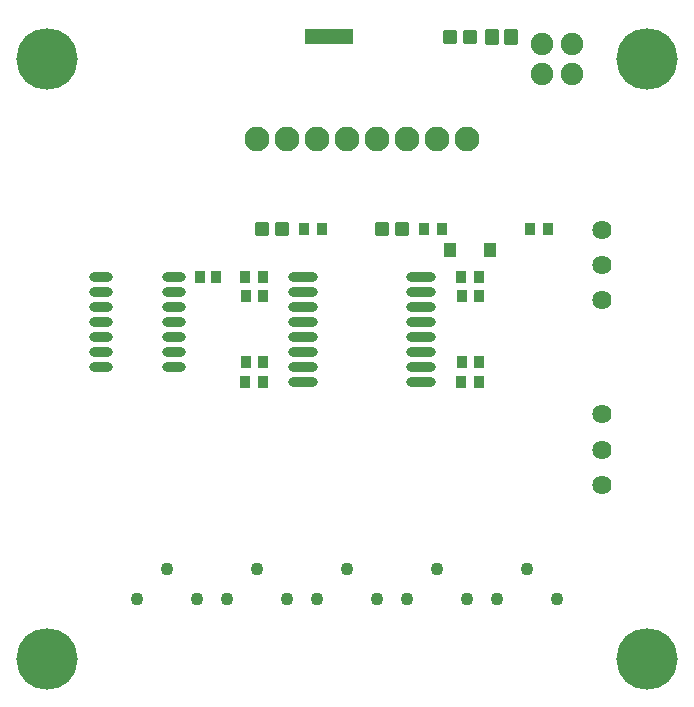
<source format=gts>
G04 Layer: TopSolderMaskLayer*
G04 Panelize: , Column: 2, Row: 2, Board Size: 58.42mm x 58.42mm, Panelized Board Size: 118.84mm x 118.84mm*
G04 EasyEDA v6.5.34, 2023-09-06 22:53:46*
G04 8447068ee38c4666810ae06fb5c4ba43,5a6b42c53f6a479593ecc07194224c93,10*
G04 Gerber Generator version 0.2*
G04 Scale: 100 percent, Rotated: No, Reflected: No *
G04 Dimensions in millimeters *
G04 leading zeros omitted , absolute positions ,4 integer and 5 decimal *
%FSLAX45Y45*%
%MOMM*%

%AMMACRO1*1,1,$1,$2,$3*1,1,$1,$4,$5*1,1,$1,0-$2,0-$3*1,1,$1,0-$4,0-$5*20,1,$1,$2,$3,$4,$5,0*20,1,$1,$4,$5,0-$2,0-$3,0*20,1,$1,0-$2,0-$3,0-$4,0-$5,0*20,1,$1,0-$4,0-$5,$2,$3,0*4,1,4,$2,$3,$4,$5,0-$2,0-$3,0-$4,0-$5,$2,$3,0*%
%ADD10O,2.0031963999999998X0.8031988000000001*%
%ADD11MACRO1,0.2032X-0.45X-0.5X-0.45X0.5*%
%ADD12MACRO1,0.2032X0.5X-0.55X-0.5X-0.55*%
%ADD13O,2.5031954X0.8031988000000001*%
%ADD14C,1.1016*%
%ADD15MACRO1,0.1016X0.4X-0.45X-0.4X-0.45*%
%ADD16MACRO1,0.1016X-0.475X0.575X0.475X0.575*%
%ADD17MACRO1,0.1016X-0.4X0.45X0.4X0.45*%
%ADD18MACRO1,0.1016X-0.4032X-0.432X-0.4032X0.432*%
%ADD19MACRO1,0.1016X0.4032X-0.432X0.4032X0.432*%
%ADD20MACRO1,0.1016X0.4032X0.432X0.4032X-0.432*%
%ADD21MACRO1,0.1016X-0.4032X0.432X-0.4032X-0.432*%
%ADD22C,5.2032*%
%ADD23C,1.9016*%
%ADD24C,1.6256*%
%ADD25C,2.1016*%

%LPD*%
D10*
G01*
X1453006Y2857500D03*
G01*
X1453006Y2984500D03*
G01*
X1453006Y3111500D03*
G01*
X1453006Y3238500D03*
G01*
X1453006Y3365500D03*
G01*
X1453006Y3492500D03*
G01*
X1453006Y3619500D03*
G01*
X832993Y2857500D03*
G01*
X832993Y2984500D03*
G01*
X832993Y3111500D03*
G01*
X832993Y3238500D03*
G01*
X832993Y3365500D03*
G01*
X832993Y3492500D03*
G01*
X832993Y3619500D03*
D11*
G01*
X2200986Y4025892D03*
G01*
X2370985Y4025892D03*
G01*
X3216986Y4025892D03*
G01*
X3386985Y4025892D03*
D12*
G01*
X4149087Y5651500D03*
G01*
X4309092Y5651500D03*
D11*
G01*
X3788486Y5651492D03*
G01*
X3958485Y5651492D03*
D13*
G01*
X3547999Y2730500D03*
G01*
X3547999Y2857500D03*
G01*
X3547999Y2984500D03*
G01*
X3547999Y3111500D03*
G01*
X3547999Y3238500D03*
G01*
X3547999Y3365500D03*
G01*
X3547999Y3492500D03*
G01*
X3547999Y3619500D03*
G01*
X2548000Y2730500D03*
G01*
X2548000Y2857500D03*
G01*
X2548000Y2984500D03*
G01*
X2548000Y3111500D03*
G01*
X2548000Y3238500D03*
G01*
X2548000Y3365500D03*
G01*
X2548000Y3492500D03*
G01*
X2548000Y3619500D03*
D14*
G01*
X1651000Y889000D03*
G01*
X1397000Y1143000D03*
G01*
X1143000Y889000D03*
G01*
X2413000Y889000D03*
G01*
X2159000Y1143000D03*
G01*
X1905000Y889000D03*
G01*
X3175000Y889000D03*
G01*
X2921000Y1143000D03*
G01*
X2667000Y889000D03*
G01*
X3937000Y889000D03*
G01*
X3683000Y1143000D03*
G01*
X3429000Y889000D03*
G01*
X4699000Y889000D03*
G01*
X4445000Y1143000D03*
G01*
X4191000Y889000D03*
D15*
G01*
X3892398Y3454400D03*
G01*
X4032398Y3454400D03*
D16*
G01*
X3793159Y3848100D03*
G01*
X4131640Y3848100D03*
D17*
G01*
X4032401Y2895600D03*
G01*
X3892401Y2895600D03*
D15*
G01*
X2063598Y3454400D03*
G01*
X2203598Y3454400D03*
D17*
G01*
X2203601Y2895600D03*
G01*
X2063601Y2895600D03*
D18*
G01*
X4621924Y4025900D03*
D19*
G01*
X4471275Y4025900D03*
D15*
G01*
X1669898Y3619500D03*
G01*
X1809898Y3619500D03*
D20*
G01*
X2553575Y4025900D03*
D21*
G01*
X2704224Y4025900D03*
D20*
G01*
X3569575Y4025900D03*
D21*
G01*
X3720224Y4025900D03*
D20*
G01*
X2058275Y3619500D03*
D21*
G01*
X2208924Y3619500D03*
D20*
G01*
X2058275Y2730500D03*
D21*
G01*
X2208924Y2730500D03*
D18*
G01*
X4037730Y3619505D03*
D19*
G01*
X3887080Y3619505D03*
D18*
G01*
X4037730Y2730505D03*
D19*
G01*
X3887080Y2730505D03*
D22*
G01*
X5461000Y381000D03*
G01*
X381000Y381000D03*
G01*
X381000Y5461000D03*
G01*
X5461000Y5461000D03*
D23*
G01*
X4826000Y5588000D03*
G01*
X4826000Y5334000D03*
G01*
X4572000Y5334000D03*
G01*
X4572000Y5588000D03*
D24*
G01*
X5080000Y3421100D03*
G01*
X5080000Y4021099D03*
G01*
X5080000Y3721100D03*
D25*
G01*
X3933697Y4784293D03*
G01*
X3679697Y4784293D03*
G01*
X3171697Y4784293D03*
G01*
X2917697Y4784293D03*
G01*
X2663697Y4784293D03*
G01*
X2409697Y4784293D03*
G01*
X2155697Y4784293D03*
D24*
G01*
X5075427Y2155139D03*
G01*
X5075427Y2455138D03*
G01*
X5075427Y1855139D03*
D25*
G01*
X3425697Y4784293D03*
G36*
X2565400Y5715000D02*
G01*
X2971800Y5715000D01*
X2971800Y5588000D01*
X2565400Y5588000D01*
G37*
M02*

</source>
